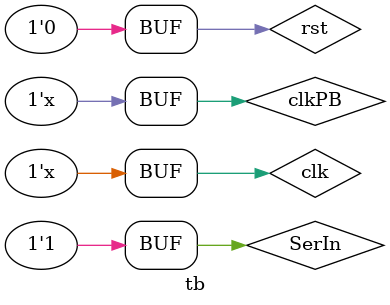
<source format=v>
module tb();
    reg clk=1,clkPB=1,rst,SerIn;
    wire [6:0] seven_num;
    wire SerOut,SerOutValid;
topmodule tp_module(
    clk,
    clkPB,
    rst,
    SerIn,
    SerOut,
    SerOutValid,
    seven_num
);
always #20 clk=~clk;
always #40 clkPB=~clkPB;
initial begin
    rst=1;
    #20 rst=0;
    #100 SerIn=1;
    #300 SerIn=0;
    #200 SerIn=1;
    #300 SerIn=1;
    #300 SerIn=1;
end
endmodule


</source>
